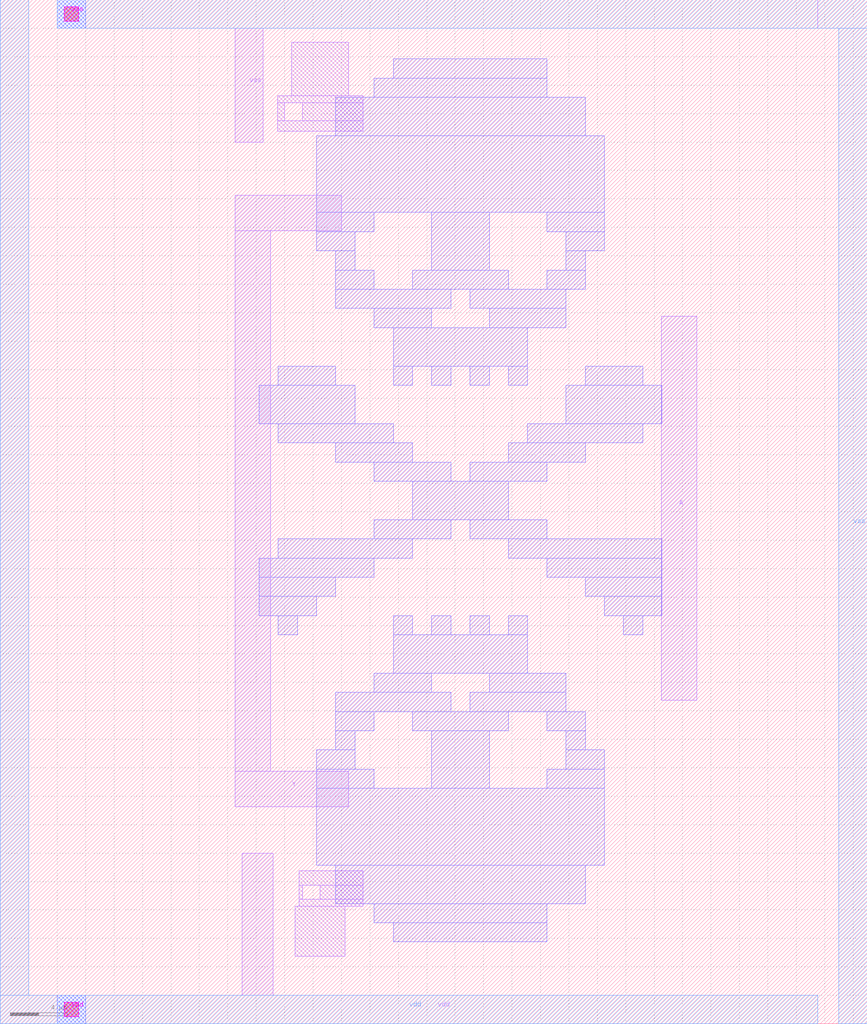
<source format=lef>
VERSION 5.7 ;
  NOWIREEXTENSIONATPIN ON ;
  DIVIDERCHAR "/" ;
  BUSBITCHARS "[]" ;
MACRO skullfet_inverter
  CLASS BLOCK ;
  FOREIGN skullfet_inverter ;
  ORIGIN 4.000 0.000 ;
  SIZE 61.000 BY 72.000 ;
  PIN vss
    DIRECTION INOUT ;
    USE GROUND ;
    SHAPE ABUTMENT ;
    PORT
      LAYER Metal1 ;
        RECT 0.000 70.000 53.500 72.000 ;
        RECT 12.500 62.000 14.500 70.000 ;
      LAYER Via1 ;
        RECT 0.500 70.500 1.500 71.500 ;
      LAYER Metal2 ;
        RECT 0.000 70.000 2.000 72.000 ;
      LAYER Via2 ;
        RECT 0.500 70.500 1.500 71.500 ;
      LAYER Metal3 ;
        RECT 0.000 70.000 2.000 72.000 ;
      LAYER Via3 ;
        RECT 0.500 70.500 1.500 71.500 ;
      LAYER Metal4 ;
        RECT 0.000 70.000 57.000 72.000 ;
        RECT 55.000 0.000 57.000 70.000 ;
    END
  END vss
  PIN vdd
    DIRECTION INOUT ;
    USE POWER ;
    SHAPE ABUTMENT ;
    PORT
      LAYER Metal1 ;
        RECT 13.000 2.000 15.200 12.000 ;
        RECT 0.000 0.000 53.500 2.000 ;
      LAYER Via1 ;
        RECT 0.500 0.500 1.500 1.500 ;
      LAYER Metal2 ;
        RECT 0.000 0.000 2.000 2.000 ;
      LAYER Via2 ;
        RECT 0.500 0.500 1.500 1.500 ;
      LAYER Metal3 ;
        RECT 0.000 0.000 2.000 2.000 ;
      LAYER Via3 ;
        RECT 0.500 0.500 1.500 1.500 ;
      LAYER Metal4 ;
        RECT -4.000 2.000 -2.000 72.000 ;
        RECT -4.000 0.000 53.500 2.000 ;
    END
  END vdd
  PIN Y
    DIRECTION OUTPUT ;
    USE SIGNAL ;
    ANTENNADIFFAREA 317.519989 ;
    PORT
      LAYER Metal1 ;
        RECT 12.500 55.750 20.000 58.250 ;
        RECT 12.500 17.750 15.000 55.750 ;
        RECT 12.500 15.250 20.500 17.750 ;
    END
  END Y
  PIN A
    DIRECTION INPUT ;
    USE SIGNAL ;
    ANTENNAGATEAREA 81.000000 ;
    PORT
      LAYER Metal1 ;
        RECT 42.500 22.750 45.000 49.750 ;
    END
  END A
  OBS
      LAYER Metal1 ;
        RECT 16.500 65.250 20.500 69.000 ;
        RECT 15.500 64.750 21.500 65.250 ;
        RECT 15.500 63.500 16.000 64.750 ;
        RECT 17.250 63.500 21.500 64.750 ;
        RECT 15.500 62.750 21.500 63.500 ;
        RECT 17.000 9.750 21.500 10.750 ;
        RECT 17.000 8.750 17.250 9.750 ;
        RECT 18.500 8.750 21.500 9.750 ;
        RECT 17.000 8.250 21.500 8.750 ;
        RECT 16.750 4.750 20.250 8.250 ;
      LAYER Metal2 ;
        RECT 23.650 66.500 34.450 67.850 ;
        RECT 22.300 65.150 34.450 66.500 ;
        RECT 19.600 62.450 37.150 65.150 ;
        RECT 18.250 57.050 38.500 62.450 ;
        RECT 18.250 55.700 22.300 57.050 ;
        RECT 18.250 54.350 20.950 55.700 ;
        RECT 19.600 53.000 20.950 54.350 ;
        RECT 26.350 53.000 30.400 57.050 ;
        RECT 34.450 55.700 38.500 57.050 ;
        RECT 35.800 54.350 38.500 55.700 ;
        RECT 35.800 53.000 37.150 54.350 ;
        RECT 19.600 51.650 22.300 53.000 ;
        RECT 25.000 51.650 31.750 53.000 ;
        RECT 34.450 51.650 37.150 53.000 ;
        RECT 19.600 50.300 27.700 51.650 ;
        RECT 29.050 50.300 35.800 51.650 ;
        RECT 22.300 48.950 26.350 50.300 ;
        RECT 30.400 48.950 35.800 50.300 ;
        RECT 23.650 46.250 33.100 48.950 ;
        RECT 15.550 44.900 19.600 46.250 ;
        RECT 23.650 44.900 25.000 46.250 ;
        RECT 26.350 44.900 27.700 46.250 ;
        RECT 29.050 44.900 30.400 46.250 ;
        RECT 31.750 44.900 33.100 46.250 ;
        RECT 37.150 44.900 41.200 46.250 ;
        RECT 14.200 42.200 20.950 44.900 ;
        RECT 35.800 42.200 42.550 44.900 ;
        RECT 15.550 40.850 23.650 42.200 ;
        RECT 33.100 40.850 41.200 42.200 ;
        RECT 19.600 39.500 25.000 40.850 ;
        RECT 31.750 39.500 37.150 40.850 ;
        RECT 22.300 38.150 27.700 39.500 ;
        RECT 29.050 38.150 34.450 39.500 ;
        RECT 25.000 35.450 31.750 38.150 ;
        RECT 22.300 34.100 27.700 35.450 ;
        RECT 29.050 34.100 34.450 35.450 ;
        RECT 15.550 32.750 25.000 34.100 ;
        RECT 31.750 32.750 42.550 34.100 ;
        RECT 14.200 31.400 22.300 32.750 ;
        RECT 34.450 31.400 42.550 32.750 ;
        RECT 14.200 30.050 19.600 31.400 ;
        RECT 37.150 30.050 42.550 31.400 ;
        RECT 14.200 28.700 18.250 30.050 ;
        RECT 38.500 28.700 42.550 30.050 ;
        RECT 15.550 27.350 16.900 28.700 ;
        RECT 23.650 27.350 25.000 28.700 ;
        RECT 26.350 27.350 27.700 28.700 ;
        RECT 29.050 27.350 30.400 28.700 ;
        RECT 31.750 27.350 33.100 28.700 ;
        RECT 39.850 27.350 41.200 28.700 ;
        RECT 23.650 24.650 33.100 27.350 ;
        RECT 22.300 23.300 26.350 24.650 ;
        RECT 30.400 23.300 35.800 24.650 ;
        RECT 19.600 21.950 27.700 23.300 ;
        RECT 29.050 21.950 35.800 23.300 ;
        RECT 19.600 20.600 22.300 21.950 ;
        RECT 25.000 20.600 31.750 21.950 ;
        RECT 34.450 20.600 37.150 21.950 ;
        RECT 19.600 19.250 20.950 20.600 ;
        RECT 18.250 17.900 20.950 19.250 ;
        RECT 18.250 16.550 22.300 17.900 ;
        RECT 26.350 16.550 30.400 20.600 ;
        RECT 35.800 19.250 37.150 20.600 ;
        RECT 35.800 17.900 38.500 19.250 ;
        RECT 34.450 16.550 38.500 17.900 ;
        RECT 18.250 11.150 38.500 16.550 ;
        RECT 19.600 8.450 37.150 11.150 ;
        RECT 22.300 7.100 34.450 8.450 ;
        RECT 23.650 5.750 34.450 7.100 ;
  END
END skullfet_inverter
END LIBRARY


</source>
